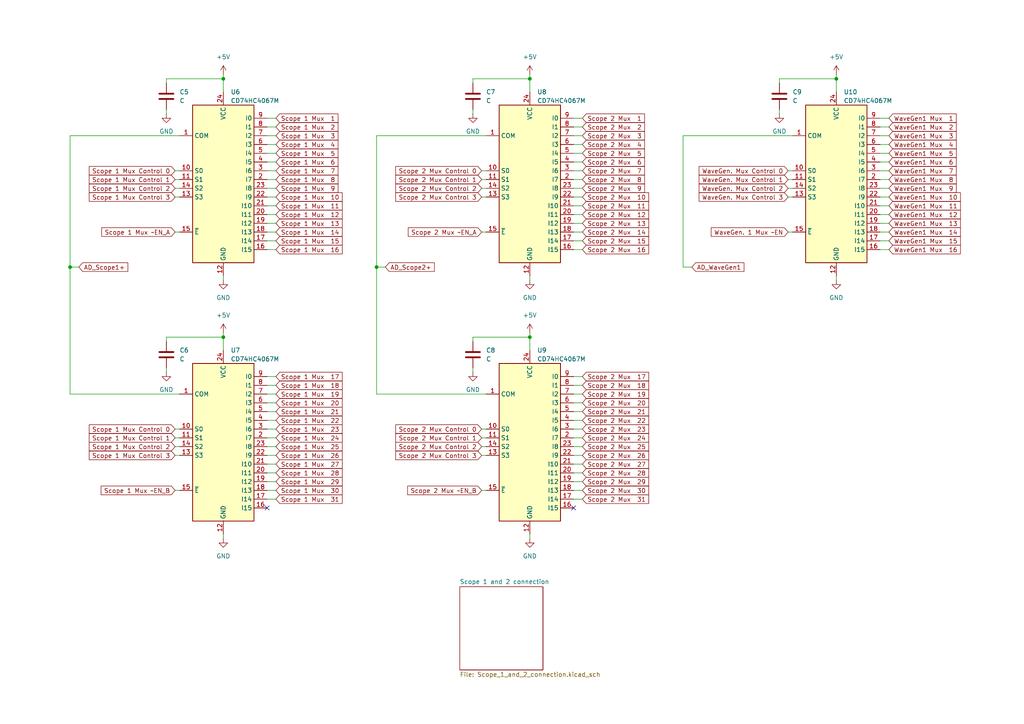
<source format=kicad_sch>
(kicad_sch (version 20250114) (generator "eeschema") (generator_version "9.0")
  (paper "A4")
  (title_block (title "SCuM Observatory") (date "2025-04-10") (rev "2.1") (company "West Lab"))
  (lib_symbols
    (symbol "74xx:CD74HC4067M"
      (property "Reference" "U" (at -8.89 22.86 0))
      (property "Value" "CD74HC4067M" (at 1.27 22.86 0))
      (symbol "CD74HC4067M_0_1"
        (rectangle (start -8.89 21.59) (end 8.89 -24.13) (stroke (width 0.254)) (fill (type background)))
      )
      (symbol "CD74HC4067M_1_1"
        (pin passive line (at -12.7 12.7 0) (length 3.81) (name "COM") (number "1"))
        (pin input line (at -12.7 2.54 0) (length 3.81) (name "S0") (number "10"))
        (pin input line (at -12.7 0 0) (length 3.81) (name "S1") (number "11"))
        (pin input line (at -12.7 -2.54 0) (length 3.81) (name "S2") (number "14"))
        (pin input line (at -12.7 -5.08 0) (length 3.81) (name "S3") (number "13"))
        (pin input line (at -12.7 -15.24 0) (length 3.81) (name "~{E}") (number "15"))
        (pin power_in line (at 0 25.4 270) (length 3.81) (name "VCC") (number "24"))
        (pin power_in line (at 0 -27.94 90) (length 3.81) (name "GND") (number "12"))
        (pin passive line (at 12.7 17.78 180) (length 3.81) (name "I0") (number "9"))
        (pin passive line (at 12.7 15.24 180) (length 3.81) (name "I1") (number "8"))
        (pin passive line (at 12.7 12.7 180) (length 3.81) (name "I2") (number "7"))
        (pin passive line (at 12.7 10.16 180) (length 3.81) (name "I3") (number "6"))
        (pin passive line (at 12.7 7.62 180) (length 3.81) (name "I4") (number "5"))
        (pin passive line (at 12.7 5.08 180) (length 3.81) (name "I5") (number "4"))
        (pin passive line (at 12.7 2.54 180) (length 3.81) (name "I6") (number "3"))
        (pin passive line (at 12.7 0 180) (length 3.81) (name "I7") (number "2"))
        (pin passive line (at 12.7 -2.54 180) (length 3.81) (name "I8") (number "23"))
        (pin passive line (at 12.7 -5.08 180) (length 3.81) (name "I9") (number "22"))
        (pin passive line (at 12.7 -7.62 180) (length 3.81) (name "I10") (number "21"))
        (pin passive line (at 12.7 -10.16 180) (length 3.81) (name "I11") (number "20"))
        (pin passive line (at 12.7 -12.7 180) (length 3.81) (name "I12") (number "19"))
        (pin passive line (at 12.7 -15.24 180) (length 3.81) (name "I13") (number "18"))
        (pin passive line (at 12.7 -17.78 180) (length 3.81) (name "I14") (number "17"))
        (pin passive line (at 12.7 -20.32 180) (length 3.81) (name "I15") (number "16"))
      )
    )
    (symbol "Device:C" (pin_numbers (hide yes)) (pin_names (offset 0.254))
      (property "Reference" "C" (at 0.635 2.54 0))
      (property "Value" "C" (at 0.635 -2.54 0))
      (symbol "C_0_1"
        (polyline (pts (xy -2.032 0.762) (xy 2.032 0.762)) (stroke (width 0.508)))
        (polyline (pts (xy -2.032 -0.762) (xy 2.032 -0.762)) (stroke (width 0.508)))
      )
      (symbol "C_1_1"
        (pin passive line (at 0 3.81 270) (length 2.794) (name "~") (number "1"))
        (pin passive line (at 0 -3.81 90) (length 2.794) (name "~") (number "2"))
      )
    )
    (symbol "power:+5V" (power) (pin_numbers (hide yes)) (pin_names (offset 0) (hide yes))
      (property "Value" "+5V" (at 0 3.556 0))
      (symbol "+5V_0_1"
        (polyline (pts (xy -0.762 1.27) (xy 0 2.54)))
        (polyline (pts (xy 0 2.54) (xy 0.762 1.27)))
        (polyline (pts (xy 0 0) (xy 0 2.54)))
      )
      (symbol "+5V_1_1"
        (pin power_in line (at 0 0 90) (length 0) (name "~") (number "1"))
      )
    )
    (symbol "power:GND" (power) (pin_numbers (hide yes)) (pin_names (offset 0) (hide yes))
      (property "Value" "GND" (at 0 -3.81 0))
      (symbol "GND_0_1"
        (polyline (pts (xy 0 0) (xy 0 -1.27) (xy 1.27 -1.27) (xy 0 -2.54) (xy -1.27 -1.27) (xy 0 -1.27)))
      )
      (symbol "GND_1_1"
        (pin power_in line (at 0 0 270) (length 0) (name "~") (number "1"))
      )
    )
  )
  (junction (at 20.32 77.47))
  (junction (at 153.67 22.86))
  (junction (at 242.57 22.86))
  (junction (at 64.77 97.79))
  (junction (at 153.67 97.79))
  (junction (at 64.77 22.86))
  (junction (at 109.22 77.47))
  (no_connect (at 77.47 147.32))
  (no_connect (at 166.37 147.32))
  (wire (pts (xy 137.16 22.86) (xy 153.67 22.86)))
  (wire (pts (xy 64.77 80.01) (xy 64.77 81.28)))
  (wire (pts (xy 80.01 69.85) (xy 77.47 69.85)))
  (wire (pts (xy 48.26 24.13) (xy 48.26 22.86)))
  (wire (pts (xy 80.01 142.24) (xy 77.47 142.24)))
  (wire (pts (xy 168.91 34.29) (xy 166.37 34.29)))
  (wire (pts (xy 48.26 106.68) (xy 48.26 107.95)))
  (wire (pts (xy 168.91 114.3) (xy 166.37 114.3)))
  (wire (pts (xy 80.01 64.77) (xy 77.47 64.77)))
  (wire (pts (xy 139.7 49.53) (xy 140.97 49.53)))
  (wire (pts (xy 257.81 67.31) (xy 255.27 67.31)))
  (wire (pts (xy 139.7 124.46) (xy 140.97 124.46)))
  (wire (pts (xy 139.7 54.61) (xy 140.97 54.61)))
  (wire (pts (xy 257.81 69.85) (xy 255.27 69.85)))
  (wire (pts (xy 80.01 54.61) (xy 77.47 54.61)))
  (wire (pts (xy 80.01 124.46) (xy 77.47 124.46)))
  (wire (pts (xy 109.22 114.3) (xy 109.22 77.47)))
  (wire (pts (xy 168.91 134.62) (xy 166.37 134.62)))
  (wire (pts (xy 168.91 109.22) (xy 166.37 109.22)))
  (wire (pts (xy 257.81 44.45) (xy 255.27 44.45)))
  (wire (pts (xy 168.91 124.46) (xy 166.37 124.46)))
  (wire (pts (xy 20.32 77.47) (xy 20.32 39.37)))
  (wire (pts (xy 226.06 22.86) (xy 242.57 22.86)))
  (wire (pts (xy 168.91 39.37) (xy 166.37 39.37)))
  (wire (pts (xy 153.67 22.86) (xy 153.67 26.67)))
  (wire (pts (xy 257.81 64.77) (xy 255.27 64.77)))
  (wire (pts (xy 168.91 67.31) (xy 166.37 67.31)))
  (wire (pts (xy 168.91 52.07) (xy 166.37 52.07)))
  (wire (pts (xy 64.77 21.59) (xy 64.77 22.86)))
  (wire (pts (xy 226.06 24.13) (xy 226.06 22.86)))
  (wire (pts (xy 226.06 31.75) (xy 226.06 33.02)))
  (wire (pts (xy 198.12 77.47) (xy 200.66 77.47)))
  (wire (pts (xy 80.01 116.84) (xy 77.47 116.84)))
  (wire (pts (xy 50.8 129.54) (xy 52.07 129.54)))
  (wire (pts (xy 257.81 62.23) (xy 255.27 62.23)))
  (wire (pts (xy 168.91 41.91) (xy 166.37 41.91)))
  (wire (pts (xy 80.01 139.7) (xy 77.47 139.7)))
  (wire (pts (xy 228.6 49.53) (xy 229.87 49.53)))
  (wire (pts (xy 80.01 111.76) (xy 77.47 111.76)))
  (wire (pts (xy 80.01 41.91) (xy 77.47 41.91)))
  (wire (pts (xy 168.91 129.54) (xy 166.37 129.54)))
  (wire (pts (xy 48.26 99.06) (xy 48.26 97.79)))
  (wire (pts (xy 64.77 97.79) (xy 64.77 101.6)))
  (wire (pts (xy 48.26 97.79) (xy 64.77 97.79)))
  (wire (pts (xy 50.8 142.24) (xy 52.07 142.24)))
  (wire (pts (xy 139.7 132.08) (xy 140.97 132.08)))
  (wire (pts (xy 257.81 46.99) (xy 255.27 46.99)))
  (wire (pts (xy 80.01 119.38) (xy 77.47 119.38)))
  (wire (pts (xy 168.91 72.39) (xy 166.37 72.39)))
  (wire (pts (xy 153.67 80.01) (xy 153.67 81.28)))
  (wire (pts (xy 168.91 132.08) (xy 166.37 132.08)))
  (wire (pts (xy 153.67 97.79) (xy 153.67 101.6)))
  (wire (pts (xy 257.81 41.91) (xy 255.27 41.91)))
  (wire (pts (xy 80.01 44.45) (xy 77.47 44.45)))
  (wire (pts (xy 168.91 36.83) (xy 166.37 36.83)))
  (wire (pts (xy 168.91 69.85) (xy 166.37 69.85)))
  (wire (pts (xy 168.91 139.7) (xy 166.37 139.7)))
  (wire (pts (xy 228.6 54.61) (xy 229.87 54.61)))
  (wire (pts (xy 168.91 119.38) (xy 166.37 119.38)))
  (wire (pts (xy 80.01 67.31) (xy 77.47 67.31)))
  (wire (pts (xy 50.8 124.46) (xy 52.07 124.46)))
  (wire (pts (xy 80.01 109.22) (xy 77.47 109.22)))
  (wire (pts (xy 257.81 59.69) (xy 255.27 59.69)))
  (wire (pts (xy 137.16 31.75) (xy 137.16 33.02)))
  (wire (pts (xy 64.77 22.86) (xy 64.77 26.67)))
  (wire (pts (xy 168.91 121.92) (xy 166.37 121.92)))
  (wire (pts (xy 80.01 46.99) (xy 77.47 46.99)))
  (wire (pts (xy 242.57 80.01) (xy 242.57 81.28)))
  (wire (pts (xy 80.01 52.07) (xy 77.47 52.07)))
  (wire (pts (xy 109.22 77.47) (xy 111.76 77.47)))
  (wire (pts (xy 257.81 49.53) (xy 255.27 49.53)))
  (wire (pts (xy 50.8 132.08) (xy 52.07 132.08)))
  (wire (pts (xy 20.32 77.47) (xy 22.86 77.47)))
  (wire (pts (xy 153.67 154.94) (xy 153.67 156.21)))
  (wire (pts (xy 257.81 36.83) (xy 255.27 36.83)))
  (wire (pts (xy 137.16 99.06) (xy 137.16 97.79)))
  (wire (pts (xy 80.01 59.69) (xy 77.47 59.69)))
  (wire (pts (xy 139.7 127) (xy 140.97 127)))
  (wire (pts (xy 168.91 137.16) (xy 166.37 137.16)))
  (wire (pts (xy 80.01 57.15) (xy 77.47 57.15)))
  (wire (pts (xy 80.01 121.92) (xy 77.47 121.92)))
  (wire (pts (xy 168.91 111.76) (xy 166.37 111.76)))
  (wire (pts (xy 20.32 39.37) (xy 52.07 39.37)))
  (wire (pts (xy 257.81 57.15) (xy 255.27 57.15)))
  (wire (pts (xy 198.12 39.37) (xy 229.87 39.37)))
  (wire (pts (xy 50.8 52.07) (xy 52.07 52.07)))
  (wire (pts (xy 168.91 127) (xy 166.37 127)))
  (wire (pts (xy 20.32 114.3) (xy 20.32 77.47)))
  (wire (pts (xy 139.7 57.15) (xy 140.97 57.15)))
  (wire (pts (xy 80.01 39.37) (xy 77.47 39.37)))
  (wire (pts (xy 80.01 62.23) (xy 77.47 62.23)))
  (wire (pts (xy 257.81 72.39) (xy 255.27 72.39)))
  (wire (pts (xy 137.16 24.13) (xy 137.16 22.86)))
  (wire (pts (xy 140.97 114.3) (xy 109.22 114.3)))
  (wire (pts (xy 109.22 39.37) (xy 140.97 39.37)))
  (wire (pts (xy 168.91 59.69) (xy 166.37 59.69)))
  (wire (pts (xy 80.01 36.83) (xy 77.47 36.83)))
  (wire (pts (xy 80.01 49.53) (xy 77.47 49.53)))
  (wire (pts (xy 137.16 106.68) (xy 137.16 107.95)))
  (wire (pts (xy 168.91 62.23) (xy 166.37 62.23)))
  (wire (pts (xy 50.8 67.31) (xy 52.07 67.31)))
  (wire (pts (xy 168.91 142.24) (xy 166.37 142.24)))
  (wire (pts (xy 50.8 57.15) (xy 52.07 57.15)))
  (wire (pts (xy 257.81 34.29) (xy 255.27 34.29)))
  (wire (pts (xy 257.81 39.37) (xy 255.27 39.37)))
  (wire (pts (xy 48.26 22.86) (xy 64.77 22.86)))
  (wire (pts (xy 80.01 137.16) (xy 77.47 137.16)))
  (wire (pts (xy 80.01 134.62) (xy 77.47 134.62)))
  (wire (pts (xy 168.91 46.99) (xy 166.37 46.99)))
  (wire (pts (xy 257.81 54.61) (xy 255.27 54.61)))
  (wire (pts (xy 168.91 116.84) (xy 166.37 116.84)))
  (wire (pts (xy 242.57 21.59) (xy 242.57 22.86)))
  (wire (pts (xy 48.26 31.75) (xy 48.26 33.02)))
  (wire (pts (xy 228.6 67.31) (xy 229.87 67.31)))
  (wire (pts (xy 139.7 67.31) (xy 140.97 67.31)))
  (wire (pts (xy 50.8 49.53) (xy 52.07 49.53)))
  (wire (pts (xy 139.7 129.54) (xy 140.97 129.54)))
  (wire (pts (xy 80.01 114.3) (xy 77.47 114.3)))
  (wire (pts (xy 50.8 127) (xy 52.07 127)))
  (wire (pts (xy 168.91 57.15) (xy 166.37 57.15)))
  (wire (pts (xy 139.7 142.24) (xy 140.97 142.24)))
  (wire (pts (xy 64.77 154.94) (xy 64.77 156.21)))
  (wire (pts (xy 52.07 114.3) (xy 20.32 114.3)))
  (wire (pts (xy 50.8 54.61) (xy 52.07 54.61)))
  (wire (pts (xy 153.67 96.52) (xy 153.67 97.79)))
  (wire (pts (xy 80.01 34.29) (xy 77.47 34.29)))
  (wire (pts (xy 198.12 77.47) (xy 198.12 39.37)))
  (wire (pts (xy 109.22 77.47) (xy 109.22 39.37)))
  (wire (pts (xy 139.7 52.07) (xy 140.97 52.07)))
  (wire (pts (xy 153.67 21.59) (xy 153.67 22.86)))
  (wire (pts (xy 168.91 49.53) (xy 166.37 49.53)))
  (wire (pts (xy 80.01 129.54) (xy 77.47 129.54)))
  (wire (pts (xy 168.91 54.61) (xy 166.37 54.61)))
  (wire (pts (xy 168.91 64.77) (xy 166.37 64.77)))
  (wire (pts (xy 168.91 144.78) (xy 166.37 144.78)))
  (wire (pts (xy 242.57 22.86) (xy 242.57 26.67)))
  (wire (pts (xy 80.01 127) (xy 77.47 127)))
  (wire (pts (xy 228.6 57.15) (xy 229.87 57.15)))
  (wire (pts (xy 137.16 97.79) (xy 153.67 97.79)))
  (wire (pts (xy 80.01 132.08) (xy 77.47 132.08)))
  (wire (pts (xy 228.6 52.07) (xy 229.87 52.07)))
  (wire (pts (xy 168.91 44.45) (xy 166.37 44.45)))
  (wire (pts (xy 80.01 72.39) (xy 77.47 72.39)))
  (wire (pts (xy 64.77 96.52) (xy 64.77 97.79)))
  (wire (pts (xy 257.81 52.07) (xy 255.27 52.07)))
  (wire (pts (xy 80.01 144.78) (xy 77.47 144.78)))
  (global_label "Scope 2 Mux  30" (shape input) (at 168.91 142.24 0) (property "Intersheetrefs" "${INTERSHEET_REFS}" (effects (hide yes))))
  (global_label "Scope 2 Mux  13" (shape input) (at 168.91 64.77 0) (property "Intersheetrefs" "${INTERSHEET_REFS}" (effects (hide yes))))
  (global_label "Scope 2 Mux  25" (shape input) (at 168.91 129.54 0) (property "Intersheetrefs" "${INTERSHEET_REFS}" (effects (hide yes))))
  (global_label "WaveGen1 Mux  11" (shape input) (at 257.81 59.69 0) (property "Intersheetrefs" "${INTERSHEET_REFS}" (effects (hide yes))))
  (global_label "Scope 1 Mux  15" (shape input) (at 80.01 69.85 0) (property "Intersheetrefs" "${INTERSHEET_REFS}" (effects (hide yes))))
  (global_label "Scope 2 Mux  20" (shape input) (at 168.91 116.84 0) (property "Intersheetrefs" "${INTERSHEET_REFS}" (effects (hide yes))))
  (global_label "Scope 2 Mux  17" (shape input) (at 168.91 109.22 0) (property "Intersheetrefs" "${INTERSHEET_REFS}" (effects (hide yes))))
  (global_label "Scope 2 Mux  9" (shape input) (at 168.91 54.61 0) (property "Intersheetrefs" "${INTERSHEET_REFS}" (effects (hide yes))))
  (global_label "Scope 2 Mux  31" (shape input) (at 168.91 144.78 0) (property "Intersheetrefs" "${INTERSHEET_REFS}" (effects (hide yes))))
  (global_label "Scope 2 Mux  15" (shape input) (at 168.91 69.85 0) (property "Intersheetrefs" "${INTERSHEET_REFS}" (effects (hide yes))))
  (global_label "Scope 2 Mux Control 2" (shape input) (at 139.7 54.61 180) (property "Intersheetrefs" "${INTERSHEET_REFS}" (effects (hide yes))))
  (global_label "Scope 1 Mux  5" (shape input) (at 80.01 44.45 0) (property "Intersheetrefs" "${INTERSHEET_REFS}" (effects (hide yes))))
  (global_label "Scope 1 Mux  21" (shape input) (at 80.01 119.38 0) (property "Intersheetrefs" "${INTERSHEET_REFS}" (effects (hide yes))))
  (global_label "WaveGen1 Mux  3" (shape input) (at 257.81 39.37 0) (property "Intersheetrefs" "${INTERSHEET_REFS}" (effects (hide yes))))
  (global_label "AD_Scope2+" (shape input) (at 111.76 77.47 0) (property "Intersheetrefs" "${INTERSHEET_REFS}" (effects (hide yes))))
  (global_label "Scope 1 Mux Control 2" (shape input) (at 50.8 129.54 180) (property "Intersheetrefs" "${INTERSHEET_REFS}" (effects (hide yes))))
  (global_label "AD_WaveGen1" (shape input) (at 200.66 77.47 0) (property "Intersheetrefs" "${INTERSHEET_REFS}" (effects (hide yes))))
  (global_label "Scope 1 Mux  9" (shape input) (at 80.01 54.61 0) (property "Intersheetrefs" "${INTERSHEET_REFS}" (effects (hide yes))))
  (global_label "Scope 1 Mux  27" (shape input) (at 80.01 134.62 0) (property "Intersheetrefs" "${INTERSHEET_REFS}" (effects (hide yes))))
  (global_label "Scope 1 Mux  23" (shape input) (at 80.01 124.46 0) (property "Intersheetrefs" "${INTERSHEET_REFS}" (effects (hide yes))))
  (global_label "Scope 1 Mux  11" (shape input) (at 80.01 59.69 0) (property "Intersheetrefs" "${INTERSHEET_REFS}" (effects (hide yes))))
  (global_label "WaveGen. 1 Mux ~EN" (shape input) (at 228.6 67.31 180) (property "Intersheetrefs" "${INTERSHEET_REFS}" (effects (hide yes))))
  (global_label "Scope 1 Mux  3" (shape input) (at 80.01 39.37 0) (property "Intersheetrefs" "${INTERSHEET_REFS}" (effects (hide yes))))
  (global_label "Scope 1 Mux  25" (shape input) (at 80.01 129.54 0) (property "Intersheetrefs" "${INTERSHEET_REFS}" (effects (hide yes))))
  (global_label "Scope 1 Mux Control 0" (shape input) (at 50.8 124.46 180) (property "Intersheetrefs" "${INTERSHEET_REFS}" (effects (hide yes))))
  (global_label "Scope 1 Mux Control 3" (shape input) (at 50.8 57.15 180) (property "Intersheetrefs" "${INTERSHEET_REFS}" (effects (hide yes))))
  (global_label "Scope 1 Mux  12" (shape input) (at 80.01 62.23 0) (property "Intersheetrefs" "${INTERSHEET_REFS}" (effects (hide yes))))
  (global_label "Scope 2 Mux  29" (shape input) (at 168.91 139.7 0) (property "Intersheetrefs" "${INTERSHEET_REFS}" (effects (hide yes))))
  (global_label "WaveGen1 Mux  9" (shape input) (at 257.81 54.61 0) (property "Intersheetrefs" "${INTERSHEET_REFS}" (effects (hide yes))))
  (global_label "Scope 1 Mux  2" (shape input) (at 80.01 36.83 0) (property "Intersheetrefs" "${INTERSHEET_REFS}" (effects (hide yes))))
  (global_label "Scope 1 Mux  1" (shape input) (at 80.01 34.29 0) (property "Intersheetrefs" "${INTERSHEET_REFS}" (effects (hide yes))))
  (global_label "Scope 1 Mux  8" (shape input) (at 80.01 52.07 0) (property "Intersheetrefs" "${INTERSHEET_REFS}" (effects (hide yes))))
  (global_label "AD_Scope1+" (shape input) (at 22.86 77.47 0) (property "Intersheetrefs" "${INTERSHEET_REFS}" (effects (hide yes))))
  (global_label "Scope 1 Mux  22" (shape input) (at 80.01 121.92 0) (property "Intersheetrefs" "${INTERSHEET_REFS}" (effects (hide yes))))
  (global_label "Scope 2 Mux  3" (shape input) (at 168.91 39.37 0) (property "Intersheetrefs" "${INTERSHEET_REFS}" (effects (hide yes))))
  (global_label "Scope 2 Mux  22" (shape input) (at 168.91 121.92 0) (property "Intersheetrefs" "${INTERSHEET_REFS}" (effects (hide yes))))
  (global_label "Scope 2 Mux  7" (shape input) (at 168.91 49.53 0) (property "Intersheetrefs" "${INTERSHEET_REFS}" (effects (hide yes))))
  (global_label "Scope 2 Mux  8" (shape input) (at 168.91 52.07 0) (property "Intersheetrefs" "${INTERSHEET_REFS}" (effects (hide yes))))
  (global_label "Scope 2 Mux  14" (shape input) (at 168.91 67.31 0) (property "Intersheetrefs" "${INTERSHEET_REFS}" (effects (hide yes))))
  (global_label "Scope 1 Mux  13" (shape input) (at 80.01 64.77 0) (property "Intersheetrefs" "${INTERSHEET_REFS}" (effects (hide yes))))
  (global_label "Scope 1 Mux Control 1" (shape input) (at 50.8 127 180) (property "Intersheetrefs" "${INTERSHEET_REFS}" (effects (hide yes))))
  (global_label "WaveGen. Mux Control 0" (shape input) (at 228.6 49.53 180) (property "Intersheetrefs" "${INTERSHEET_REFS}" (effects (hide yes))))
  (global_label "Scope 2 Mux  5" (shape input) (at 168.91 44.45 0) (property "Intersheetrefs" "${INTERSHEET_REFS}" (effects (hide yes))))
  (global_label "Scope 1 Mux  10" (shape input) (at 80.01 57.15 0) (property "Intersheetrefs" "${INTERSHEET_REFS}" (effects (hide yes))))
  (global_label "WaveGen1 Mux  13" (shape input) (at 257.81 64.77 0) (property "Intersheetrefs" "${INTERSHEET_REFS}" (effects (hide yes))))
  (global_label "Scope 1 Mux ~EN_B" (shape input) (at 50.8 142.24 180) (property "Intersheetrefs" "${INTERSHEET_REFS}" (effects (hide yes))))
  (global_label "WaveGen1 Mux  8" (shape input) (at 257.81 52.07 0) (property "Intersheetrefs" "${INTERSHEET_REFS}" (effects (hide yes))))
  (global_label "Scope 1 Mux Control 1" (shape input) (at 50.8 52.07 180) (property "Intersheetrefs" "${INTERSHEET_REFS}" (effects (hide yes))))
  (global_label "Scope 2 Mux  26" (shape input) (at 168.91 132.08 0) (property "Intersheetrefs" "${INTERSHEET_REFS}" (effects (hide yes))))
  (global_label "Scope 1 Mux  14" (shape input) (at 80.01 67.31 0) (property "Intersheetrefs" "${INTERSHEET_REFS}" (effects (hide yes))))
  (global_label "Scope 2 Mux  2" (shape input) (at 168.91 36.83 0) (property "Intersheetrefs" "${INTERSHEET_REFS}" (effects (hide yes))))
  (global_label "Scope 1 Mux  31" (shape input) (at 80.01 144.78 0) (property "Intersheetrefs" "${INTERSHEET_REFS}" (effects (hide yes))))
  (global_label "WaveGen1 Mux  2" (shape input) (at 257.81 36.83 0) (property "Intersheetrefs" "${INTERSHEET_REFS}" (effects (hide yes))))
  (global_label "Scope 1 Mux Control 0" (shape input) (at 50.8 49.53 180) (property "Intersheetrefs" "${INTERSHEET_REFS}" (effects (hide yes))))
  (global_label "Scope 1 Mux  20" (shape input) (at 80.01 116.84 0) (property "Intersheetrefs" "${INTERSHEET_REFS}" (effects (hide yes))))
  (global_label "Scope 1 Mux Control 3" (shape input) (at 50.8 132.08 180) (property "Intersheetrefs" "${INTERSHEET_REFS}" (effects (hide yes))))
  (global_label "Scope 2 Mux  21" (shape input) (at 168.91 119.38 0) (property "Intersheetrefs" "${INTERSHEET_REFS}" (effects (hide yes))))
  (global_label "Scope 2 Mux  16" (shape input) (at 168.91 72.39 0) (property "Intersheetrefs" "${INTERSHEET_REFS}" (effects (hide yes))))
  (global_label "Scope 1 Mux  30" (shape input) (at 80.01 142.24 0) (property "Intersheetrefs" "${INTERSHEET_REFS}" (effects (hide yes))))
  (global_label "WaveGen1 Mux  12" (shape input) (at 257.81 62.23 0) (property "Intersheetrefs" "${INTERSHEET_REFS}" (effects (hide yes))))
  (global_label "Scope 1 Mux  6" (shape input) (at 80.01 46.99 0) (property "Intersheetrefs" "${INTERSHEET_REFS}" (effects (hide yes))))
  (global_label "Scope 2 Mux Control 1" (shape input) (at 139.7 52.07 180) (property "Intersheetrefs" "${INTERSHEET_REFS}" (effects (hide yes))))
  (global_label "Scope 2 Mux  11" (shape input) (at 168.91 59.69 0) (property "Intersheetrefs" "${INTERSHEET_REFS}" (effects (hide yes))))
  (global_label "Scope 1 Mux  17" (shape input) (at 80.01 109.22 0) (property "Intersheetrefs" "${INTERSHEET_REFS}" (effects (hide yes))))
  (global_label "WaveGen. Mux Control 2" (shape input) (at 228.6 54.61 180) (property "Intersheetrefs" "${INTERSHEET_REFS}" (effects (hide yes))))
  (global_label "WaveGen1 Mux  6" (shape input) (at 257.81 46.99 0) (property "Intersheetrefs" "${INTERSHEET_REFS}" (effects (hide yes))))
  (global_label "Scope 1 Mux  19" (shape input) (at 80.01 114.3 0) (property "Intersheetrefs" "${INTERSHEET_REFS}" (effects (hide yes))))
  (global_label "WaveGen1 Mux  5" (shape input) (at 257.81 44.45 0) (property "Intersheetrefs" "${INTERSHEET_REFS}" (effects (hide yes))))
  (global_label "Scope 2 Mux  10" (shape input) (at 168.91 57.15 0) (property "Intersheetrefs" "${INTERSHEET_REFS}" (effects (hide yes))))
  (global_label "Scope 2 Mux  12" (shape input) (at 168.91 62.23 0) (property "Intersheetrefs" "${INTERSHEET_REFS}" (effects (hide yes))))
  (global_label "Scope 2 Mux  6" (shape input) (at 168.91 46.99 0) (property "Intersheetrefs" "${INTERSHEET_REFS}" (effects (hide yes))))
  (global_label "Scope 2 Mux  23" (shape input) (at 168.91 124.46 0) (property "Intersheetrefs" "${INTERSHEET_REFS}" (effects (hide yes))))
  (global_label "WaveGen1 Mux  14" (shape input) (at 257.81 67.31 0) (property "Intersheetrefs" "${INTERSHEET_REFS}" (effects (hide yes))))
  (global_label "Scope 2 Mux  24" (shape input) (at 168.91 127 0) (property "Intersheetrefs" "${INTERSHEET_REFS}" (effects (hide yes))))
  (global_label "Scope 2 Mux ~EN_B" (shape input) (at 139.7 142.24 180) (property "Intersheetrefs" "${INTERSHEET_REFS}" (effects (hide yes))))
  (global_label "Scope 2 Mux Control 3" (shape input) (at 139.7 132.08 180) (property "Intersheetrefs" "${INTERSHEET_REFS}" (effects (hide yes))))
  (global_label "WaveGen. Mux Control 1" (shape input) (at 228.6 52.07 180) (property "Intersheetrefs" "${INTERSHEET_REFS}" (effects (hide yes))))
  (global_label "Scope 2 Mux Control 3" (shape input) (at 139.7 57.15 180) (property "Intersheetrefs" "${INTERSHEET_REFS}" (effects (hide yes))))
  (global_label "Scope 1 Mux  7" (shape input) (at 80.01 49.53 0) (property "Intersheetrefs" "${INTERSHEET_REFS}" (effects (hide yes))))
  (global_label "WaveGen. Mux Control 3" (shape input) (at 228.6 57.15 180) (property "Intersheetrefs" "${INTERSHEET_REFS}" (effects (hide yes))))
  (global_label "Scope 2 Mux  27" (shape input) (at 168.91 134.62 0) (property "Intersheetrefs" "${INTERSHEET_REFS}" (effects (hide yes))))
  (global_label "WaveGen1 Mux  15" (shape input) (at 257.81 69.85 0) (property "Intersheetrefs" "${INTERSHEET_REFS}" (effects (hide yes))))
  (global_label "Scope 2 Mux Control 0" (shape input) (at 139.7 49.53 180) (property "Intersheetrefs" "${INTERSHEET_REFS}" (effects (hide yes))))
  (global_label "WaveGen1 Mux  4" (shape input) (at 257.81 41.91 0) (property "Intersheetrefs" "${INTERSHEET_REFS}" (effects (hide yes))))
  (global_label "Scope 1 Mux ~EN_A" (shape input) (at 50.8 67.31 180) (property "Intersheetrefs" "${INTERSHEET_REFS}" (effects (hide yes))))
  (global_label "Scope 2 Mux  18" (shape input) (at 168.91 111.76 0) (property "Intersheetrefs" "${INTERSHEET_REFS}" (effects (hide yes))))
  (global_label "WaveGen1 Mux  1" (shape input) (at 257.81 34.29 0) (property "Intersheetrefs" "${INTERSHEET_REFS}" (effects (hide yes))))
  (global_label "Scope 1 Mux  4" (shape input) (at 80.01 41.91 0) (property "Intersheetrefs" "${INTERSHEET_REFS}" (effects (hide yes))))
  (global_label "Scope 2 Mux  19" (shape input) (at 168.91 114.3 0) (property "Intersheetrefs" "${INTERSHEET_REFS}" (effects (hide yes))))
  (global_label "WaveGen1 Mux  10" (shape input) (at 257.81 57.15 0) (property "Intersheetrefs" "${INTERSHEET_REFS}" (effects (hide yes))))
  (global_label "Scope 1 Mux  28" (shape input) (at 80.01 137.16 0) (property "Intersheetrefs" "${INTERSHEET_REFS}" (effects (hide yes))))
  (global_label "Scope 2 Mux ~EN_A" (shape input) (at 139.7 67.31 180) (property "Intersheetrefs" "${INTERSHEET_REFS}" (effects (hide yes))))
  (global_label "Scope 1 Mux  18" (shape input) (at 80.01 111.76 0) (property "Intersheetrefs" "${INTERSHEET_REFS}" (effects (hide yes))))
  (global_label "Scope 2 Mux Control 0" (shape input) (at 139.7 124.46 180) (property "Intersheetrefs" "${INTERSHEET_REFS}" (effects (hide yes))))
  (global_label "Scope 1 Mux  16" (shape input) (at 80.01 72.39 0) (property "Intersheetrefs" "${INTERSHEET_REFS}" (effects (hide yes))))
  (global_label "Scope 1 Mux  24" (shape input) (at 80.01 127 0) (property "Intersheetrefs" "${INTERSHEET_REFS}" (effects (hide yes))))
  (global_label "WaveGen1 Mux  16" (shape input) (at 257.81 72.39 0) (property "Intersheetrefs" "${INTERSHEET_REFS}" (effects (hide yes))))
  (global_label "Scope 1 Mux  26" (shape input) (at 80.01 132.08 0) (property "Intersheetrefs" "${INTERSHEET_REFS}" (effects (hide yes))))
  (global_label "Scope 2 Mux Control 1" (shape input) (at 139.7 127 180) (property "Intersheetrefs" "${INTERSHEET_REFS}" (effects (hide yes))))
  (global_label "WaveGen1 Mux  7" (shape input) (at 257.81 49.53 0) (property "Intersheetrefs" "${INTERSHEET_REFS}" (effects (hide yes))))
  (global_label "Scope 1 Mux  29" (shape input) (at 80.01 139.7 0) (property "Intersheetrefs" "${INTERSHEET_REFS}" (effects (hide yes))))
  (global_label "Scope 2 Mux  28" (shape input) (at 168.91 137.16 0) (property "Intersheetrefs" "${INTERSHEET_REFS}" (effects (hide yes))))
  (global_label "Scope 2 Mux  1" (shape input) (at 168.91 34.29 0) (property "Intersheetrefs" "${INTERSHEET_REFS}" (effects (hide yes))))
  (global_label "Scope 1 Mux Control 2" (shape input) (at 50.8 54.61 180) (property "Intersheetrefs" "${INTERSHEET_REFS}" (effects (hide yes))))
  (global_label "Scope 2 Mux  4" (shape input) (at 168.91 41.91 0) (property "Intersheetrefs" "${INTERSHEET_REFS}" (effects (hide yes))))
  (global_label "Scope 2 Mux Control 2" (shape input) (at 139.7 129.54 180) (property "Intersheetrefs" "${INTERSHEET_REFS}" (effects (hide yes))))
  (symbol (lib_id "power:+5V") (at 153.67 21.59 0) (unit 1)
    (property "Reference" "#PWR050" (effects (hide yes)))
    (property "Value" "+5V" (at 153.67 16.51 0))
    (property "Description" "Power symbol creates a global label with name \"+5V\"" (effects (hide yes)))
  )
  (symbol (lib_id "74xx:CD74HC4067M") (at 64.77 52.07 0) (unit 1)
    (property "Reference" "U6" (at 66.9133 26.67 0) (effects (justify left)))
    (property "Value" "CD74HC4067M" (at 66.9133 29.21 0) (effects (justify left)))
    (property "Footprint" "Package_SO:SOIC-24W_7.5x15.4mm_P1.27mm" (effects (hide yes)))
    (property "Datasheet" "http://www.ti.com/lit/ds/symlink/cd74hc4067.pdf" (effects (hide yes)))
    (property "Description" "High-Speed CMOS Logic 16-Channel Analog Multiplexer/Demultiplexer, SOIC-24" (effects (hide yes)))
  )
  (symbol (lib_id "power:GND") (at 153.67 81.28 0) (unit 1)
    (property "Reference" "#PWR031" (effects (hide yes)))
    (property "Value" "GND" (at 153.67 86.36 0))
    (property "Description" "Power symbol creates a global label with name \"GND\" , ground" (effects (hide yes)))
  )
  (symbol (lib_id "power:GND") (at 226.06 33.02 0) (unit 1)
    (property "Reference" "#PWR052" (effects (hide yes)))
    (property "Value" "GND" (at 226.06 38.1 0))
    (property "Description" "Power symbol creates a global label with name \"GND\" , ground" (effects (hide yes)))
  )
  (symbol (lib_id "power:GND") (at 137.16 107.95 0) (unit 1)
    (property "Reference" "#PWR049" (effects (hide yes)))
    (property "Value" "GND" (at 137.16 113.03 0))
    (property "Description" "Power symbol creates a global label with name \"GND\" , ground" (effects (hide yes)))
  )
  (symbol (lib_id "74xx:CD74HC4067M") (at 153.67 127 0) (unit 1)
    (property "Reference" "U9" (at 155.8133 101.6 0) (effects (justify left)))
    (property "Value" "CD74HC4067M" (at 155.8133 104.14 0) (effects (justify left)))
    (property "Footprint" "Package_SO:SOIC-24W_7.5x15.4mm_P1.27mm" (effects (hide yes)))
    (property "Datasheet" "http://www.ti.com/lit/ds/symlink/cd74hc4067.pdf" (effects (hide yes)))
    (property "Description" "High-Speed CMOS Logic 16-Channel Analog Multiplexer/Demultiplexer, SOIC-24" (effects (hide yes)))
  )
  (symbol (lib_id "74xx:CD74HC4067M") (at 64.77 127 0) (unit 1)
    (property "Reference" "U7" (at 66.9133 101.6 0) (effects (justify left)))
    (property "Value" "CD74HC4067M" (at 66.9133 104.14 0) (effects (justify left)))
    (property "Footprint" "Package_SO:SOIC-24W_7.5x15.4mm_P1.27mm" (effects (hide yes)))
    (property "Datasheet" "http://www.ti.com/lit/ds/symlink/cd74hc4067.pdf" (effects (hide yes)))
    (property "Description" "High-Speed CMOS Logic 16-Channel Analog Multiplexer/Demultiplexer, SOIC-24" (effects (hide yes)))
  )
  (symbol (lib_id "power:+5V") (at 153.67 96.52 0) (unit 1)
    (property "Reference" "#PWR051" (effects (hide yes)))
    (property "Value" "+5V" (at 153.67 91.44 0))
    (property "Description" "Power symbol creates a global label with name \"+5V\"" (effects (hide yes)))
  )
  (symbol (lib_id "Device:C") (at 137.16 102.87 0) (unit 1)
    (property "Reference" "C8" (at 140.97 101.5999 0) (effects (justify left)))
    (property "Value" "C" (at 140.97 104.1399 0) (effects (justify left)))
    (property "Footprint" "Capacitor_SMD:C_0805_2012Metric_Pad1.18x1.45mm_HandSolder" (effects (hide yes)))
    (property "Description" "Unpolarized capacitor" (effects (hide yes)))
  )
  (symbol (lib_id "74xx:CD74HC4067M") (at 242.57 52.07 0) (unit 1)
    (property "Reference" "U10" (at 244.7133 26.67 0) (effects (justify left)))
    (property "Value" "CD74HC4067M" (at 244.7133 29.21 0) (effects (justify left)))
    (property "Footprint" "Package_SO:SOIC-24W_7.5x15.4mm_P1.27mm" (effects (hide yes)))
    (property "Datasheet" "http://www.ti.com/lit/ds/symlink/cd74hc4067.pdf" (effects (hide yes)))
    (property "Description" "High-Speed CMOS Logic 16-Channel Analog Multiplexer/Demultiplexer, SOIC-24" (effects (hide yes)))
  )
  (symbol (lib_id "Device:C") (at 48.26 27.94 0) (unit 1)
    (property "Reference" "C5" (at 52.07 26.6699 0) (effects (justify left)))
    (property "Value" "C" (at 52.07 29.2099 0) (effects (justify left)))
    (property "Footprint" "Capacitor_SMD:C_0805_2012Metric_Pad1.18x1.45mm_HandSolder" (effects (hide yes)))
    (property "Description" "Unpolarized capacitor" (effects (hide yes)))
  )
  (symbol (lib_id "power:GND") (at 48.26 107.95 0) (unit 1)
    (property "Reference" "#PWR046" (effects (hide yes)))
    (property "Value" "GND" (at 48.26 113.03 0))
    (property "Description" "Power symbol creates a global label with name \"GND\" , ground" (effects (hide yes)))
  )
  (symbol (lib_id "power:+5V") (at 64.77 21.59 0) (unit 1)
    (property "Reference" "#PWR044" (effects (hide yes)))
    (property "Value" "+5V" (at 64.77 16.51 0))
    (property "Description" "Power symbol creates a global label with name \"+5V\"" (effects (hide yes)))
  )
  (symbol (lib_id "power:GND") (at 153.67 156.21 0) (unit 1)
    (property "Reference" "#PWR040" (effects (hide yes)))
    (property "Value" "GND" (at 153.67 161.29 0))
    (property "Description" "Power symbol creates a global label with name \"GND\" , ground" (effects (hide yes)))
  )
  (symbol (lib_id "power:GND") (at 64.77 156.21 0) (unit 1)
    (property "Reference" "#PWR037" (effects (hide yes)))
    (property "Value" "GND" (at 64.77 161.29 0))
    (property "Description" "Power symbol creates a global label with name \"GND\" , ground" (effects (hide yes)))
  )
  (symbol (lib_id "power:GND") (at 137.16 33.02 0) (unit 1)
    (property "Reference" "#PWR048" (effects (hide yes)))
    (property "Value" "GND" (at 137.16 38.1 0))
    (property "Description" "Power symbol creates a global label with name \"GND\" , ground" (effects (hide yes)))
  )
  (symbol (lib_id "power:GND") (at 48.26 33.02 0) (unit 1)
    (property "Reference" "#PWR047" (effects (hide yes)))
    (property "Value" "GND" (at 48.26 38.1 0))
    (property "Description" "Power symbol creates a global label with name \"GND\" , ground" (effects (hide yes)))
  )
  (symbol (lib_id "power:+5V") (at 242.57 21.59 0) (unit 1)
    (property "Reference" "#PWR054" (effects (hide yes)))
    (property "Value" "+5V" (at 242.57 16.51 0))
    (property "Description" "Power symbol creates a global label with name \"+5V\"" (effects (hide yes)))
  )
  (symbol (lib_id "Device:C") (at 137.16 27.94 0) (unit 1)
    (property "Reference" "C7" (at 140.97 26.6699 0) (effects (justify left)))
    (property "Value" "C" (at 140.97 29.2099 0) (effects (justify left)))
    (property "Footprint" "Capacitor_SMD:C_0805_2012Metric_Pad1.18x1.45mm_HandSolder" (effects (hide yes)))
    (property "Description" "Unpolarized capacitor" (effects (hide yes)))
  )
  (symbol (lib_id "74xx:CD74HC4067M") (at 153.67 52.07 0) (unit 1)
    (property "Reference" "U8" (at 155.8133 26.67 0) (effects (justify left)))
    (property "Value" "CD74HC4067M" (at 155.8133 29.21 0) (effects (justify left)))
    (property "Footprint" "Package_SO:SOIC-24W_7.5x15.4mm_P1.27mm" (effects (hide yes)))
    (property "Datasheet" "http://www.ti.com/lit/ds/symlink/cd74hc4067.pdf" (effects (hide yes)))
    (property "Description" "High-Speed CMOS Logic 16-Channel Analog Multiplexer/Demultiplexer, SOIC-24" (effects (hide yes)))
  )
  (symbol (lib_id "Device:C") (at 48.26 102.87 0) (unit 1)
    (property "Reference" "C6" (at 52.07 101.5999 0) (effects (justify left)))
    (property "Value" "C" (at 52.07 104.1399 0) (effects (justify left)))
    (property "Footprint" "Capacitor_SMD:C_0805_2012Metric_Pad1.18x1.45mm_HandSolder" (effects (hide yes)))
    (property "Description" "Unpolarized capacitor" (effects (hide yes)))
  )
  (symbol (lib_id "power:+5V") (at 64.77 96.52 0) (unit 1)
    (property "Reference" "#PWR045" (effects (hide yes)))
    (property "Value" "+5V" (at 64.77 91.44 0))
    (property "Description" "Power symbol creates a global label with name \"+5V\"" (effects (hide yes)))
  )
  (symbol (lib_id "power:GND") (at 242.57 81.28 0) (unit 1)
    (property "Reference" "#PWR055" (effects (hide yes)))
    (property "Value" "GND" (at 242.57 86.36 0))
    (property "Description" "Power symbol creates a global label with name \"GND\" , ground" (effects (hide yes)))
  )
  (symbol (lib_id "power:GND") (at 64.77 81.28 0) (unit 1)
    (property "Reference" "#PWR028" (effects (hide yes)))
    (property "Value" "GND" (at 64.77 86.36 0))
    (property "Description" "Power symbol creates a global label with name \"GND\" , ground" (effects (hide yes)))
  )
  (symbol (lib_id "Device:C") (at 226.06 27.94 0) (unit 1)
    (property "Reference" "C9" (at 229.87 26.6699 0) (effects (justify left)))
    (property "Value" "C" (at 229.87 29.2099 0) (effects (justify left)))
    (property "Footprint" "Capacitor_SMD:C_0805_2012Metric_Pad1.18x1.45mm_HandSolder" (effects (hide yes)))
    (property "Description" "Unpolarized capacitor" (effects (hide yes)))
  )
  (sheet (at 133.35 170.18) (size 24.13 24.13) (stroke (width 0.1524))
    (property "Sheetname" "Scope 1 and 2 connection" (at 133.35 169.4684 0) (effects (justify left bottom)))
    (property "Sheetfile" "Scope_1_and_2_connection.kicad_sch" (at 133.35 194.8946 0) (effects (justify left top)))
  )
)
</source>
